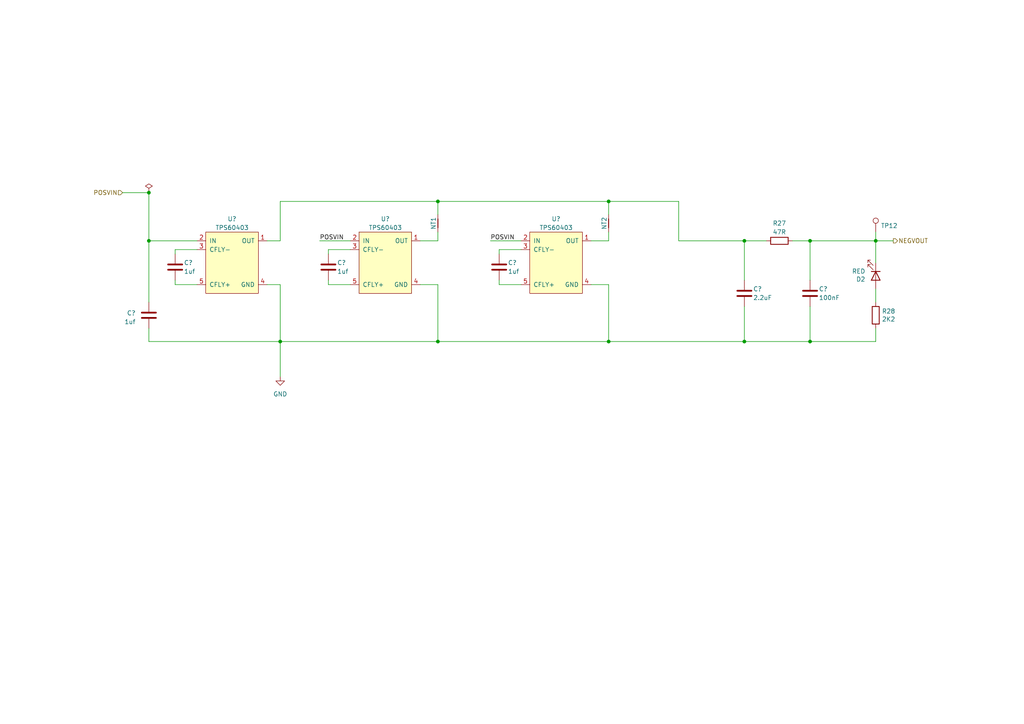
<source format=kicad_sch>
(kicad_sch (version 20230121) (generator eeschema)
  (paper "A4")
  (lib_symbols
    (symbol "Connector:TestPoint" (pin_numbers hide) (pin_names (offset 0.762) hide)
      (property "Reference" "TP" (at 0 6.858 0))
      (property "Value" "TestPoint" (at 0 5.08 0))
      (symbol "TestPoint_0_1"
        (circle (center 0 3.302) (radius 0.762))
      )
      (symbol "TestPoint_1_1"
        (pin passive line (at 0 0 90) (length 2.54) (name "1") (number "1"))
      )
    )
    (symbol "Device:C" (pin_numbers hide) (pin_names (offset 0.254))
      (property "Reference" "C" (at 0.635 2.54 0))
      (property "Value" "C" (at 0.635 -2.54 0))
      (symbol "C_0_1"
        (polyline (pts (xy -2.032 -0.762) (xy 2.032 -0.762)) (stroke (width 0.508)))
        (polyline (pts (xy -2.032 0.762) (xy 2.032 0.762)) (stroke (width 0.508)))
      )
      (symbol "C_1_1"
        (pin passive line (at 0 3.81 270) (length 2.794) (name "~") (number "1"))
        (pin passive line (at 0 -3.81 90) (length 2.794) (name "~") (number "2"))
      )
    )
    (symbol "Device:LED" (pin_numbers hide) (pin_names (offset 1.016) hide)
      (property "Reference" "D" (at 0 2.54 0))
      (property "Value" "LED" (at 0 -2.54 0))
      (symbol "LED_0_1"
        (polyline (pts (xy -1.27 -1.27) (xy -1.27 1.27)) (stroke (width 0.254)))
        (polyline (pts (xy -1.27 0) (xy 1.27 0)))
        (polyline (pts (xy 1.27 -1.27) (xy 1.27 1.27) (xy -1.27 0) (xy 1.27 -1.27)) (stroke (width 0.254)))
        (polyline (pts (xy -3.048 -0.762) (xy -4.572 -2.286) (xy -3.81 -2.286) (xy -4.572 -2.286) (xy -4.572 -1.524)))
        (polyline (pts (xy -1.778 -0.762) (xy -3.302 -2.286) (xy -2.54 -2.286) (xy -3.302 -2.286) (xy -3.302 -1.524)))
      )
      (symbol "LED_1_1"
        (pin passive line (at -3.81 0 0) (length 2.54) (name "K") (number "1"))
        (pin passive line (at 3.81 0 180) (length 2.54) (name "A") (number "2"))
      )
    )
    (symbol "Device:NetTie_2" (pin_numbers hide) (pin_names (offset 0) hide) (in_bom no)
      (property "Reference" "NT" (at 0 1.27 0))
      (property "Value" "NetTie_2" (at 0 -1.27 0))
      (symbol "NetTie_2_0_1"
        (polyline (pts (xy -1.27 0) (xy 1.27 0)) (stroke (width 0.254)))
      )
      (symbol "NetTie_2_1_1"
        (pin passive line (at -2.54 0 0) (length 2.54) (name "1") (number "1"))
        (pin passive line (at 2.54 0 180) (length 2.54) (name "2") (number "2"))
      )
    )
    (symbol "Device:R" (pin_numbers hide) (pin_names (offset 0))
      (property "Reference" "R" (at 2.032 0 90))
      (property "Value" "R" (at 0 0 90))
      (symbol "R_0_1"
        (rectangle (start -1.016 -2.54) (end 1.016 2.54) (stroke (width 0.254)))
      )
      (symbol "R_1_1"
        (pin passive line (at 0 3.81 270) (length 1.27) (name "~") (number "1"))
        (pin passive line (at 0 -3.81 90) (length 1.27) (name "~") (number "2"))
      )
    )
    (symbol "TPS6040x:TPS60400" (pin_names (offset 1.016))
      (property "Reference" "U" (at 0 12.7 0))
      (property "Value" "TPS60400" (at 0 10.16 0))
      (property "Footprint" "Package_TO_SOT_SMD:SOT-23-5_HandSoldering" (at 1.27 15.24 0))
      (symbol "TPS60400_0_1"
        (rectangle (start -7.62 8.89) (end 7.62 -8.89) (fill (type background)))
      )
      (symbol "TPS60400_1_1"
        (pin power_out line (at 10.16 6.35 180) (length 2.54) (name "OUT") (number "1"))
        (pin power_in line (at -10.16 6.35 0) (length 2.54) (name "IN") (number "2"))
        (pin passive line (at -10.16 3.81 0) (length 2.54) (name "CFLY-") (number "3"))
        (pin passive line (at 10.16 -6.35 180) (length 2.54) (name "GND") (number "4"))
        (pin passive line (at -10.16 -6.35 0) (length 2.54) (name "CFLY+") (number "5"))
      )
    )
    (symbol "power:GND" (power) (pin_names (offset 0))
      (property "Value" "GND" (at 0 -3.81 0))
      (symbol "GND_0_1"
        (polyline (pts (xy 0 0) (xy 0 -1.27) (xy 1.27 -1.27) (xy 0 -2.54) (xy -1.27 -1.27) (xy 0 -1.27)))
      )
      (symbol "GND_1_1"
        (pin power_in line (at 0 0 270) (length 0) hide (name "GND") (number "1"))
      )
    )
    (symbol "power:PWR_FLAG" (power) (pin_numbers hide) (pin_names (offset 0) hide)
      (property "Value" "PWR_FLAG" (at 0 3.81 0))
      (symbol "PWR_FLAG_0_0"
        (pin power_out line (at 0 0 90) (length 0) (name "pwr") (number "1"))
      )
      (symbol "PWR_FLAG_0_1"
        (polyline (pts (xy 0 0) (xy 0 1.27) (xy -1.016 1.905) (xy 0 2.54) (xy 1.016 1.905) (xy 0 1.27)))
      )
    )
  )
  (junction (at 43.18 69.85))
  (junction (at 127 99.06))
  (junction (at 176.53 58.42))
  (junction (at 81.28 99.06))
  (junction (at 43.18 55.88))
  (junction (at 234.95 99.06))
  (junction (at 127 58.42))
  (junction (at 215.9 69.85))
  (junction (at 176.53 99.06))
  (junction (at 215.9 99.06))
  (junction (at 254 69.85))
  (junction (at 234.95 69.85))
  (wire (pts (xy 215.9 69.85) (xy 215.9 81.28)))
  (wire (pts (xy 95.25 82.55) (xy 101.6 82.55)))
  (wire (pts (xy 81.28 99.06) (xy 127 99.06)))
  (wire (pts (xy 144.78 73.66) (xy 144.78 72.39)))
  (wire (pts (xy 95.25 73.66) (xy 95.25 72.39)))
  (wire (pts (xy 43.18 55.88) (xy 43.18 69.85)))
  (wire (pts (xy 77.47 82.55) (xy 81.28 82.55)))
  (wire (pts (xy 121.92 82.55) (xy 127 82.55)))
  (wire (pts (xy 176.53 58.42) (xy 176.53 62.23)))
  (wire (pts (xy 254 69.85) (xy 254 67.31)))
  (wire (pts (xy 127 82.55) (xy 127 99.06)))
  (wire (pts (xy 50.8 72.39) (xy 57.15 72.39)))
  (wire (pts (xy 127 67.31) (xy 127 69.85)))
  (wire (pts (xy 234.95 69.85) (xy 234.95 81.28)))
  (wire (pts (xy 43.18 69.85) (xy 57.15 69.85)))
  (wire (pts (xy 176.53 58.42) (xy 196.85 58.42)))
  (wire (pts (xy 142.24 69.85) (xy 151.13 69.85)))
  (wire (pts (xy 77.47 69.85) (xy 81.28 69.85)))
  (wire (pts (xy 92.71 69.85) (xy 101.6 69.85)))
  (wire (pts (xy 43.18 87.63) (xy 43.18 69.85)))
  (wire (pts (xy 171.45 82.55) (xy 176.53 82.55)))
  (wire (pts (xy 95.25 81.28) (xy 95.25 82.55)))
  (wire (pts (xy 127 58.42) (xy 127 62.23)))
  (wire (pts (xy 176.53 67.31) (xy 176.53 69.85)))
  (wire (pts (xy 144.78 81.28) (xy 144.78 82.55)))
  (wire (pts (xy 95.25 72.39) (xy 101.6 72.39)))
  (wire (pts (xy 81.28 99.06) (xy 43.18 99.06)))
  (wire (pts (xy 144.78 82.55) (xy 151.13 82.55)))
  (wire (pts (xy 144.78 72.39) (xy 151.13 72.39)))
  (wire (pts (xy 50.8 81.28) (xy 50.8 82.55)))
  (wire (pts (xy 234.95 99.06) (xy 254 99.06)))
  (wire (pts (xy 215.9 69.85) (xy 196.85 69.85)))
  (wire (pts (xy 176.53 99.06) (xy 215.9 99.06)))
  (wire (pts (xy 127 58.42) (xy 176.53 58.42)))
  (wire (pts (xy 254 87.63) (xy 254 83.82)))
  (wire (pts (xy 81.28 82.55) (xy 81.28 99.06)))
  (wire (pts (xy 50.8 73.66) (xy 50.8 72.39)))
  (wire (pts (xy 35.56 55.88) (xy 43.18 55.88)))
  (wire (pts (xy 81.28 99.06) (xy 81.28 109.22)))
  (wire (pts (xy 81.28 69.85) (xy 81.28 58.42)))
  (wire (pts (xy 254 69.85) (xy 254 76.2)))
  (wire (pts (xy 127 99.06) (xy 176.53 99.06)))
  (wire (pts (xy 176.53 82.55) (xy 176.53 99.06)))
  (wire (pts (xy 234.95 88.9) (xy 234.95 99.06)))
  (wire (pts (xy 43.18 99.06) (xy 43.18 95.25)))
  (wire (pts (xy 171.45 69.85) (xy 176.53 69.85)))
  (wire (pts (xy 121.92 69.85) (xy 127 69.85)))
  (wire (pts (xy 215.9 88.9) (xy 215.9 99.06)))
  (wire (pts (xy 50.8 82.55) (xy 57.15 82.55)))
  (wire (pts (xy 196.85 58.42) (xy 196.85 69.85)))
  (wire (pts (xy 229.87 69.85) (xy 234.95 69.85)))
  (wire (pts (xy 81.28 58.42) (xy 127 58.42)))
  (wire (pts (xy 215.9 69.85) (xy 222.25 69.85)))
  (wire (pts (xy 234.95 99.06) (xy 215.9 99.06)))
  (wire (pts (xy 254 69.85) (xy 259.08 69.85)))
  (wire (pts (xy 254 95.25) (xy 254 99.06)))
  (wire (pts (xy 234.95 69.85) (xy 254 69.85)))
  (label "POSVIN" (at 142.24 69.85 0))
  (label "POSVIN" (at 92.71 69.85 0))
  (hierarchical_label "POSVIN" (shape input) (at 35.56 55.88 180))
  (hierarchical_label "NEGVOUT" (shape output) (at 259.08 69.85 0))
  (symbol (lib_id "Device:R") (at 226.06 69.85 90) (unit 1)
    (property "Reference" "R27" (at 226.06 64.77 90))
    (property "Value" "47R" (at 226.06 67.31 90))
    (property "Footprint" "Resistor_SMD:R_0805_2012Metric_Pad1.20x1.40mm_HandSolder" (effects hide))
  )
  (symbol (lib_id "power:GND") (at 81.28 109.22 0) (unit 1)
    (property "Reference" "#PWR069" (effects hide))
    (property "Value" "GND" (at 81.28 114.3 0))
  )
  (symbol (lib_id "power:PWR_FLAG") (at 43.18 55.88 0) (unit 1)
    (property "Reference" "#FLG07" (effects hide))
    (property "Value" "PWR_FLAG" (effects hide))
  )
  (symbol (lib_id "Device:NetTie_2") (at 127 64.77 90) (unit 1) (in_bom no)
    (property "Reference" "NT1" (at 125.73 64.77 0))
    (property "Value" "NetTie_2" (effects hide))
    (property "Footprint" "NetTie:NetTie-2_SMD_Pad0.5mm" (effects hide))
  )
  (symbol (lib_id "TPS6040x:TPS60400") (at 161.29 76.2 0) (unit 1)
    (property "Reference" "U?" (at 161.29 63.5 0))
    (property "Value" "TPS60403" (at 161.29 66.04 0))
    (property "Footprint" "Package_TO_SOT_SMD:SOT-23-5_HandSoldering" (effects hide))
    (property "Datasheet" "${KIPRJMOD}/../../docs/datasheet/tps60402_chargepump.pdf" (effects hide))
    (instances (project "adsr_vca_fx" (path "" (reference "U?") (unit 1)) (path "" (reference "U9") (unit 1))))
  )
  (symbol (lib_id "Device:NetTie_2") (at 176.53 64.77 90) (unit 1) (in_bom no)
    (property "Reference" "NT2" (at 175.26 64.77 0))
    (property "Value" "NetTie_2" (effects hide))
    (property "Footprint" "NetTie:NetTie-2_SMD_Pad0.5mm" (effects hide))
  )
  (symbol (lib_id "Device:R") (at 254 91.44 0) (unit 1)
    (property "Reference" "R28" (at 255.778 90.2716 0) (effects (justify left)))
    (property "Value" "2K2" (at 255.778 92.583 0) (effects (justify left)))
    (property "Footprint" "Resistor_SMD:R_0805_2012Metric_Pad1.20x1.40mm_HandSolder" (effects hide))
  )
  (symbol (lib_id "TPS6040x:TPS60400") (at 67.31 76.2 0) (unit 1)
    (property "Reference" "U?" (at 67.31 63.5 0))
    (property "Value" "TPS60403" (at 67.31 66.04 0))
    (property "Footprint" "Package_TO_SOT_SMD:SOT-23-5_HandSoldering" (effects hide))
    (property "Datasheet" "${KIPRJMOD}/../../docs/datasheet/tps60402_chargepump.pdf" (effects hide))
    (instances (project "adsr_vca_fx" (path "" (reference "U?") (unit 1)) (path "" (reference "U8") (unit 1))))
  )
  (symbol (lib_id "Device:C") (at 234.95 85.09 0) (unit 1)
    (property "Reference" "C?" (at 237.49 83.82 0) (effects (justify left)))
    (property "Value" "100nF" (at 237.49 86.36 0) (effects (justify left)))
    (property "Footprint" "Capacitor_SMD:C_0805_2012Metric_Pad1.18x1.45mm_HandSolder" (effects hide))
    (instances (project "adsr_vca_fx" (path "" (reference "C?") (unit 1)) (path "" (reference "C27") (unit 1))))
  )
  (symbol (lib_id "Device:C") (at 50.8 77.47 0) (unit 1)
    (property "Reference" "C?" (at 53.34 76.2 0) (effects (justify left)))
    (property "Value" "1uf" (at 53.34 78.74 0) (effects (justify left)))
    (property "Footprint" "Capacitor_SMD:C_0805_2012Metric_Pad1.18x1.45mm_HandSolder" (effects hide))
    (instances (project "adsr_vca_fx" (path "" (reference "C?") (unit 1)) (path "" (reference "C24") (unit 1))))
  )
  (symbol (lib_id "Device:LED") (at 254 80.01 270) (unit 1)
    (property "Reference" "D2" (at 251.0028 81.0006 90) (effects (justify right)))
    (property "Value" "RED" (at 251.0028 78.6892 90) (effects (justify right)))
    (property "Footprint" "LED_SMD:LED_0805_2012Metric_Pad1.15x1.40mm_HandSolder" (effects hide))
    (property "LcscNo" "C2293" (effects hide))
    (instances (project "adsr_vca_fx" (path "" (reference "D2") (unit 1)) (path "" (reference "D5") (unit 1))))
  )
  (symbol (lib_id "Device:C") (at 95.25 77.47 0) (unit 1)
    (property "Reference" "C?" (at 97.79 76.2 0) (effects (justify left)))
    (property "Value" "1uf" (at 97.79 78.74 0) (effects (justify left)))
    (property "Footprint" "Capacitor_SMD:C_0805_2012Metric_Pad1.18x1.45mm_HandSolder" (effects hide))
    (instances (project "adsr_vca_fx" (path "" (reference "C?") (unit 1)) (path "" (reference "C28") (unit 1))))
  )
  (symbol (lib_id "TPS6040x:TPS60400") (at 111.76 76.2 0) (unit 1)
    (property "Reference" "U?" (at 111.76 63.5 0))
    (property "Value" "TPS60403" (at 111.76 66.04 0))
    (property "Footprint" "Package_TO_SOT_SMD:SOT-23-5_HandSoldering" (effects hide))
    (property "Datasheet" "${KIPRJMOD}/../../docs/datasheet/tps60402_chargepump.pdf" (effects hide))
    (instances (project "adsr_vca_fx" (path "" (reference "U?") (unit 1)) (path "" (reference "U10") (unit 1))))
  )
  (symbol (lib_id "Device:C") (at 43.18 91.44 0) (mirror y) (unit 1)
    (property "Reference" "C?" (at 39.37 90.805 0) (effects (justify left)))
    (property "Value" "1uf" (at 39.37 93.345 0) (effects (justify left)))
    (property "Footprint" "Capacitor_SMD:C_0805_2012Metric_Pad1.18x1.45mm_HandSolder" (effects hide))
    (instances (project "adsr_vca_fx" (path "" (reference "C?") (unit 1)) (path "" (reference "C23") (unit 1))))
  )
  (symbol (lib_id "Connector:TestPoint") (at 254 67.31 0) (unit 1)
    (property "Reference" "TP12" (at 255.4732 65.4812 0) (effects (justify left)))
    (property "Value" "TestPoint" (effects hide))
    (property "Footprint" "TestPoint:TestPoint_Pad_D1.0mm" (effects hide))
    (instances (project "adsr_vca_fx" (path "" (reference "TP12") (unit 1)) (path "" (reference "TP11") (unit 1))))
  )
  (symbol (lib_id "Device:C") (at 215.9 85.09 0) (unit 1)
    (property "Reference" "C?" (at 218.44 83.82 0) (effects (justify left)))
    (property "Value" "2.2uF" (at 218.44 86.36 0) (effects (justify left)))
    (property "Footprint" "Capacitor_SMD:C_0805_2012Metric_Pad1.18x1.45mm_HandSolder" (effects hide))
    (instances (project "adsr_vca_fx" (path "" (reference "C?") (unit 1)) (path "" (reference "C26") (unit 1))))
  )
  (symbol (lib_id "Device:C") (at 144.78 77.47 0) (unit 1)
    (property "Reference" "C?" (at 147.32 76.2 0) (effects (justify left)))
    (property "Value" "1uf" (at 147.32 78.74 0) (effects (justify left)))
    (property "Footprint" "Capacitor_SMD:C_0805_2012Metric_Pad1.18x1.45mm_HandSolder" (effects hide))
    (instances (project "adsr_vca_fx" (path "" (reference "C?") (unit 1)) (path "" (reference "C25") (unit 1))))
  )
)
</source>
